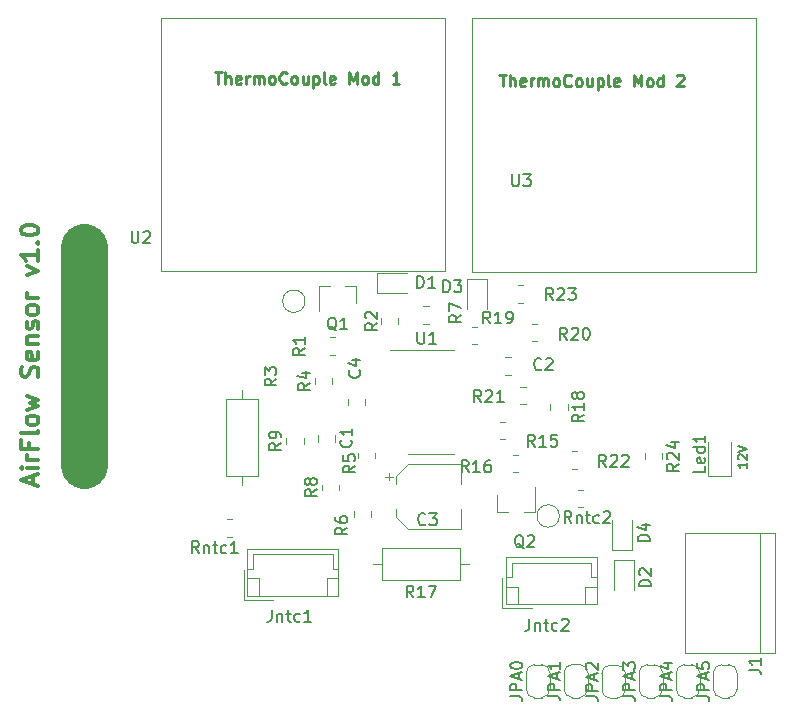
<source format=gbr>
%TF.GenerationSoftware,KiCad,Pcbnew,(5.1.10)-1*%
%TF.CreationDate,2021-06-07T20:05:56+02:00*%
%TF.ProjectId,AirFlow,41697246-6c6f-4772-9e6b-696361645f70,rev?*%
%TF.SameCoordinates,Original*%
%TF.FileFunction,Legend,Top*%
%TF.FilePolarity,Positive*%
%FSLAX46Y46*%
G04 Gerber Fmt 4.6, Leading zero omitted, Abs format (unit mm)*
G04 Created by KiCad (PCBNEW (5.1.10)-1) date 2021-06-07 20:05:56*
%MOMM*%
%LPD*%
G01*
G04 APERTURE LIST*
%ADD10C,0.225000*%
%ADD11C,0.187500*%
%ADD12C,4.000000*%
%ADD13C,0.300000*%
%ADD14C,0.120000*%
%ADD15C,0.150000*%
G04 APERTURE END LIST*
D10*
X139615257Y-75652380D02*
X140186685Y-75652380D01*
X139900971Y-76652380D02*
X139900971Y-75652380D01*
X140520019Y-76652380D02*
X140520019Y-75652380D01*
X140948590Y-76652380D02*
X140948590Y-76128571D01*
X140900971Y-76033333D01*
X140805733Y-75985714D01*
X140662876Y-75985714D01*
X140567638Y-76033333D01*
X140520019Y-76080952D01*
X141805733Y-76604761D02*
X141710495Y-76652380D01*
X141520019Y-76652380D01*
X141424780Y-76604761D01*
X141377161Y-76509523D01*
X141377161Y-76128571D01*
X141424780Y-76033333D01*
X141520019Y-75985714D01*
X141710495Y-75985714D01*
X141805733Y-76033333D01*
X141853352Y-76128571D01*
X141853352Y-76223809D01*
X141377161Y-76319047D01*
X142281923Y-76652380D02*
X142281923Y-75985714D01*
X142281923Y-76176190D02*
X142329542Y-76080952D01*
X142377161Y-76033333D01*
X142472400Y-75985714D01*
X142567638Y-75985714D01*
X142900971Y-76652380D02*
X142900971Y-75985714D01*
X142900971Y-76080952D02*
X142948590Y-76033333D01*
X143043828Y-75985714D01*
X143186685Y-75985714D01*
X143281923Y-76033333D01*
X143329542Y-76128571D01*
X143329542Y-76652380D01*
X143329542Y-76128571D02*
X143377161Y-76033333D01*
X143472400Y-75985714D01*
X143615257Y-75985714D01*
X143710495Y-76033333D01*
X143758114Y-76128571D01*
X143758114Y-76652380D01*
X144377161Y-76652380D02*
X144281923Y-76604761D01*
X144234304Y-76557142D01*
X144186685Y-76461904D01*
X144186685Y-76176190D01*
X144234304Y-76080952D01*
X144281923Y-76033333D01*
X144377161Y-75985714D01*
X144520019Y-75985714D01*
X144615257Y-76033333D01*
X144662876Y-76080952D01*
X144710495Y-76176190D01*
X144710495Y-76461904D01*
X144662876Y-76557142D01*
X144615257Y-76604761D01*
X144520019Y-76652380D01*
X144377161Y-76652380D01*
X145710495Y-76557142D02*
X145662876Y-76604761D01*
X145520019Y-76652380D01*
X145424780Y-76652380D01*
X145281923Y-76604761D01*
X145186685Y-76509523D01*
X145139066Y-76414285D01*
X145091447Y-76223809D01*
X145091447Y-76080952D01*
X145139066Y-75890476D01*
X145186685Y-75795238D01*
X145281923Y-75700000D01*
X145424780Y-75652380D01*
X145520019Y-75652380D01*
X145662876Y-75700000D01*
X145710495Y-75747619D01*
X146281923Y-76652380D02*
X146186685Y-76604761D01*
X146139066Y-76557142D01*
X146091447Y-76461904D01*
X146091447Y-76176190D01*
X146139066Y-76080952D01*
X146186685Y-76033333D01*
X146281923Y-75985714D01*
X146424780Y-75985714D01*
X146520019Y-76033333D01*
X146567638Y-76080952D01*
X146615257Y-76176190D01*
X146615257Y-76461904D01*
X146567638Y-76557142D01*
X146520019Y-76604761D01*
X146424780Y-76652380D01*
X146281923Y-76652380D01*
X147472400Y-75985714D02*
X147472400Y-76652380D01*
X147043828Y-75985714D02*
X147043828Y-76509523D01*
X147091447Y-76604761D01*
X147186685Y-76652380D01*
X147329542Y-76652380D01*
X147424780Y-76604761D01*
X147472400Y-76557142D01*
X147948590Y-75985714D02*
X147948590Y-76985714D01*
X147948590Y-76033333D02*
X148043828Y-75985714D01*
X148234304Y-75985714D01*
X148329542Y-76033333D01*
X148377161Y-76080952D01*
X148424780Y-76176190D01*
X148424780Y-76461904D01*
X148377161Y-76557142D01*
X148329542Y-76604761D01*
X148234304Y-76652380D01*
X148043828Y-76652380D01*
X147948590Y-76604761D01*
X148996209Y-76652380D02*
X148900971Y-76604761D01*
X148853352Y-76509523D01*
X148853352Y-75652380D01*
X149758114Y-76604761D02*
X149662876Y-76652380D01*
X149472400Y-76652380D01*
X149377161Y-76604761D01*
X149329542Y-76509523D01*
X149329542Y-76128571D01*
X149377161Y-76033333D01*
X149472400Y-75985714D01*
X149662876Y-75985714D01*
X149758114Y-76033333D01*
X149805733Y-76128571D01*
X149805733Y-76223809D01*
X149329542Y-76319047D01*
X150996209Y-76652380D02*
X150996209Y-75652380D01*
X151329542Y-76366666D01*
X151662876Y-75652380D01*
X151662876Y-76652380D01*
X152281923Y-76652380D02*
X152186685Y-76604761D01*
X152139066Y-76557142D01*
X152091447Y-76461904D01*
X152091447Y-76176190D01*
X152139066Y-76080952D01*
X152186685Y-76033333D01*
X152281923Y-75985714D01*
X152424780Y-75985714D01*
X152520019Y-76033333D01*
X152567638Y-76080952D01*
X152615257Y-76176190D01*
X152615257Y-76461904D01*
X152567638Y-76557142D01*
X152520019Y-76604761D01*
X152424780Y-76652380D01*
X152281923Y-76652380D01*
X153472400Y-76652380D02*
X153472400Y-75652380D01*
X153472400Y-76604761D02*
X153377161Y-76652380D01*
X153186685Y-76652380D01*
X153091447Y-76604761D01*
X153043828Y-76557142D01*
X152996209Y-76461904D01*
X152996209Y-76176190D01*
X153043828Y-76080952D01*
X153091447Y-76033333D01*
X153186685Y-75985714D01*
X153377161Y-75985714D01*
X153472400Y-76033333D01*
X154662876Y-75747619D02*
X154710495Y-75700000D01*
X154805733Y-75652380D01*
X155043828Y-75652380D01*
X155139066Y-75700000D01*
X155186685Y-75747619D01*
X155234304Y-75842857D01*
X155234304Y-75938095D01*
X155186685Y-76080952D01*
X154615257Y-76652380D01*
X155234304Y-76652380D01*
X115536057Y-75449180D02*
X116107485Y-75449180D01*
X115821771Y-76449180D02*
X115821771Y-75449180D01*
X116440819Y-76449180D02*
X116440819Y-75449180D01*
X116869390Y-76449180D02*
X116869390Y-75925371D01*
X116821771Y-75830133D01*
X116726533Y-75782514D01*
X116583676Y-75782514D01*
X116488438Y-75830133D01*
X116440819Y-75877752D01*
X117726533Y-76401561D02*
X117631295Y-76449180D01*
X117440819Y-76449180D01*
X117345580Y-76401561D01*
X117297961Y-76306323D01*
X117297961Y-75925371D01*
X117345580Y-75830133D01*
X117440819Y-75782514D01*
X117631295Y-75782514D01*
X117726533Y-75830133D01*
X117774152Y-75925371D01*
X117774152Y-76020609D01*
X117297961Y-76115847D01*
X118202723Y-76449180D02*
X118202723Y-75782514D01*
X118202723Y-75972990D02*
X118250342Y-75877752D01*
X118297961Y-75830133D01*
X118393200Y-75782514D01*
X118488438Y-75782514D01*
X118821771Y-76449180D02*
X118821771Y-75782514D01*
X118821771Y-75877752D02*
X118869390Y-75830133D01*
X118964628Y-75782514D01*
X119107485Y-75782514D01*
X119202723Y-75830133D01*
X119250342Y-75925371D01*
X119250342Y-76449180D01*
X119250342Y-75925371D02*
X119297961Y-75830133D01*
X119393200Y-75782514D01*
X119536057Y-75782514D01*
X119631295Y-75830133D01*
X119678914Y-75925371D01*
X119678914Y-76449180D01*
X120297961Y-76449180D02*
X120202723Y-76401561D01*
X120155104Y-76353942D01*
X120107485Y-76258704D01*
X120107485Y-75972990D01*
X120155104Y-75877752D01*
X120202723Y-75830133D01*
X120297961Y-75782514D01*
X120440819Y-75782514D01*
X120536057Y-75830133D01*
X120583676Y-75877752D01*
X120631295Y-75972990D01*
X120631295Y-76258704D01*
X120583676Y-76353942D01*
X120536057Y-76401561D01*
X120440819Y-76449180D01*
X120297961Y-76449180D01*
X121631295Y-76353942D02*
X121583676Y-76401561D01*
X121440819Y-76449180D01*
X121345580Y-76449180D01*
X121202723Y-76401561D01*
X121107485Y-76306323D01*
X121059866Y-76211085D01*
X121012247Y-76020609D01*
X121012247Y-75877752D01*
X121059866Y-75687276D01*
X121107485Y-75592038D01*
X121202723Y-75496800D01*
X121345580Y-75449180D01*
X121440819Y-75449180D01*
X121583676Y-75496800D01*
X121631295Y-75544419D01*
X122202723Y-76449180D02*
X122107485Y-76401561D01*
X122059866Y-76353942D01*
X122012247Y-76258704D01*
X122012247Y-75972990D01*
X122059866Y-75877752D01*
X122107485Y-75830133D01*
X122202723Y-75782514D01*
X122345580Y-75782514D01*
X122440819Y-75830133D01*
X122488438Y-75877752D01*
X122536057Y-75972990D01*
X122536057Y-76258704D01*
X122488438Y-76353942D01*
X122440819Y-76401561D01*
X122345580Y-76449180D01*
X122202723Y-76449180D01*
X123393200Y-75782514D02*
X123393200Y-76449180D01*
X122964628Y-75782514D02*
X122964628Y-76306323D01*
X123012247Y-76401561D01*
X123107485Y-76449180D01*
X123250342Y-76449180D01*
X123345580Y-76401561D01*
X123393200Y-76353942D01*
X123869390Y-75782514D02*
X123869390Y-76782514D01*
X123869390Y-75830133D02*
X123964628Y-75782514D01*
X124155104Y-75782514D01*
X124250342Y-75830133D01*
X124297961Y-75877752D01*
X124345580Y-75972990D01*
X124345580Y-76258704D01*
X124297961Y-76353942D01*
X124250342Y-76401561D01*
X124155104Y-76449180D01*
X123964628Y-76449180D01*
X123869390Y-76401561D01*
X124917009Y-76449180D02*
X124821771Y-76401561D01*
X124774152Y-76306323D01*
X124774152Y-75449180D01*
X125678914Y-76401561D02*
X125583676Y-76449180D01*
X125393200Y-76449180D01*
X125297961Y-76401561D01*
X125250342Y-76306323D01*
X125250342Y-75925371D01*
X125297961Y-75830133D01*
X125393200Y-75782514D01*
X125583676Y-75782514D01*
X125678914Y-75830133D01*
X125726533Y-75925371D01*
X125726533Y-76020609D01*
X125250342Y-76115847D01*
X126917009Y-76449180D02*
X126917009Y-75449180D01*
X127250342Y-76163466D01*
X127583676Y-75449180D01*
X127583676Y-76449180D01*
X128202723Y-76449180D02*
X128107485Y-76401561D01*
X128059866Y-76353942D01*
X128012247Y-76258704D01*
X128012247Y-75972990D01*
X128059866Y-75877752D01*
X128107485Y-75830133D01*
X128202723Y-75782514D01*
X128345580Y-75782514D01*
X128440819Y-75830133D01*
X128488438Y-75877752D01*
X128536057Y-75972990D01*
X128536057Y-76258704D01*
X128488438Y-76353942D01*
X128440819Y-76401561D01*
X128345580Y-76449180D01*
X128202723Y-76449180D01*
X129393200Y-76449180D02*
X129393200Y-75449180D01*
X129393200Y-76401561D02*
X129297961Y-76449180D01*
X129107485Y-76449180D01*
X129012247Y-76401561D01*
X128964628Y-76353942D01*
X128917009Y-76258704D01*
X128917009Y-75972990D01*
X128964628Y-75877752D01*
X129012247Y-75830133D01*
X129107485Y-75782514D01*
X129297961Y-75782514D01*
X129393200Y-75830133D01*
X131155104Y-76449180D02*
X130583676Y-76449180D01*
X130869390Y-76449180D02*
X130869390Y-75449180D01*
X130774152Y-75592038D01*
X130678914Y-75687276D01*
X130583676Y-75734895D01*
D11*
X160562485Y-108515885D02*
X160562485Y-108944457D01*
X160562485Y-108730171D02*
X159812485Y-108730171D01*
X159919628Y-108801600D01*
X159991057Y-108873028D01*
X160026771Y-108944457D01*
X159883914Y-108230171D02*
X159848200Y-108194457D01*
X159812485Y-108123028D01*
X159812485Y-107944457D01*
X159848200Y-107873028D01*
X159883914Y-107837314D01*
X159955342Y-107801600D01*
X160026771Y-107801600D01*
X160133914Y-107837314D01*
X160562485Y-108265885D01*
X160562485Y-107801600D01*
X159812485Y-107587314D02*
X160562485Y-107337314D01*
X159812485Y-107087314D01*
D12*
X104444800Y-108712000D02*
X104444800Y-90271600D01*
D13*
X100173600Y-110329085D02*
X100173600Y-109614800D01*
X100602171Y-110471942D02*
X99102171Y-109971942D01*
X100602171Y-109471942D01*
X100602171Y-108971942D02*
X99602171Y-108971942D01*
X99102171Y-108971942D02*
X99173600Y-109043371D01*
X99245028Y-108971942D01*
X99173600Y-108900514D01*
X99102171Y-108971942D01*
X99245028Y-108971942D01*
X100602171Y-108257657D02*
X99602171Y-108257657D01*
X99887885Y-108257657D02*
X99745028Y-108186228D01*
X99673600Y-108114800D01*
X99602171Y-107971942D01*
X99602171Y-107829085D01*
X99816457Y-106829085D02*
X99816457Y-107329085D01*
X100602171Y-107329085D02*
X99102171Y-107329085D01*
X99102171Y-106614800D01*
X100602171Y-105829085D02*
X100530742Y-105971942D01*
X100387885Y-106043371D01*
X99102171Y-106043371D01*
X100602171Y-105043371D02*
X100530742Y-105186228D01*
X100459314Y-105257657D01*
X100316457Y-105329085D01*
X99887885Y-105329085D01*
X99745028Y-105257657D01*
X99673600Y-105186228D01*
X99602171Y-105043371D01*
X99602171Y-104829085D01*
X99673600Y-104686228D01*
X99745028Y-104614800D01*
X99887885Y-104543371D01*
X100316457Y-104543371D01*
X100459314Y-104614800D01*
X100530742Y-104686228D01*
X100602171Y-104829085D01*
X100602171Y-105043371D01*
X99602171Y-104043371D02*
X100602171Y-103757657D01*
X99887885Y-103471942D01*
X100602171Y-103186228D01*
X99602171Y-102900514D01*
X100530742Y-101257657D02*
X100602171Y-101043371D01*
X100602171Y-100686228D01*
X100530742Y-100543371D01*
X100459314Y-100471942D01*
X100316457Y-100400514D01*
X100173600Y-100400514D01*
X100030742Y-100471942D01*
X99959314Y-100543371D01*
X99887885Y-100686228D01*
X99816457Y-100971942D01*
X99745028Y-101114800D01*
X99673600Y-101186228D01*
X99530742Y-101257657D01*
X99387885Y-101257657D01*
X99245028Y-101186228D01*
X99173600Y-101114800D01*
X99102171Y-100971942D01*
X99102171Y-100614800D01*
X99173600Y-100400514D01*
X100530742Y-99186228D02*
X100602171Y-99329085D01*
X100602171Y-99614800D01*
X100530742Y-99757657D01*
X100387885Y-99829085D01*
X99816457Y-99829085D01*
X99673600Y-99757657D01*
X99602171Y-99614800D01*
X99602171Y-99329085D01*
X99673600Y-99186228D01*
X99816457Y-99114800D01*
X99959314Y-99114800D01*
X100102171Y-99829085D01*
X99602171Y-98471942D02*
X100602171Y-98471942D01*
X99745028Y-98471942D02*
X99673600Y-98400514D01*
X99602171Y-98257657D01*
X99602171Y-98043371D01*
X99673600Y-97900514D01*
X99816457Y-97829085D01*
X100602171Y-97829085D01*
X100530742Y-97186228D02*
X100602171Y-97043371D01*
X100602171Y-96757657D01*
X100530742Y-96614800D01*
X100387885Y-96543371D01*
X100316457Y-96543371D01*
X100173600Y-96614800D01*
X100102171Y-96757657D01*
X100102171Y-96971942D01*
X100030742Y-97114800D01*
X99887885Y-97186228D01*
X99816457Y-97186228D01*
X99673600Y-97114800D01*
X99602171Y-96971942D01*
X99602171Y-96757657D01*
X99673600Y-96614800D01*
X100602171Y-95686228D02*
X100530742Y-95829085D01*
X100459314Y-95900514D01*
X100316457Y-95971942D01*
X99887885Y-95971942D01*
X99745028Y-95900514D01*
X99673600Y-95829085D01*
X99602171Y-95686228D01*
X99602171Y-95471942D01*
X99673600Y-95329085D01*
X99745028Y-95257657D01*
X99887885Y-95186228D01*
X100316457Y-95186228D01*
X100459314Y-95257657D01*
X100530742Y-95329085D01*
X100602171Y-95471942D01*
X100602171Y-95686228D01*
X100602171Y-94543371D02*
X99602171Y-94543371D01*
X99887885Y-94543371D02*
X99745028Y-94471942D01*
X99673600Y-94400514D01*
X99602171Y-94257657D01*
X99602171Y-94114800D01*
X99602171Y-92614800D02*
X100602171Y-92257657D01*
X99602171Y-91900514D01*
X100602171Y-90543371D02*
X100602171Y-91400514D01*
X100602171Y-90971942D02*
X99102171Y-90971942D01*
X99316457Y-91114800D01*
X99459314Y-91257657D01*
X99530742Y-91400514D01*
X100459314Y-89900514D02*
X100530742Y-89829085D01*
X100602171Y-89900514D01*
X100530742Y-89971942D01*
X100459314Y-89900514D01*
X100602171Y-89900514D01*
X99102171Y-88900514D02*
X99102171Y-88757657D01*
X99173600Y-88614800D01*
X99245028Y-88543371D01*
X99387885Y-88471942D01*
X99673600Y-88400514D01*
X100030742Y-88400514D01*
X100316457Y-88471942D01*
X100459314Y-88543371D01*
X100530742Y-88614800D01*
X100602171Y-88757657D01*
X100602171Y-88900514D01*
X100530742Y-89043371D01*
X100459314Y-89114800D01*
X100316457Y-89186228D01*
X100030742Y-89257657D01*
X99673600Y-89257657D01*
X99387885Y-89186228D01*
X99245028Y-89114800D01*
X99173600Y-89043371D01*
X99102171Y-88900514D01*
D14*
%TO.C,J1*%
X162966400Y-124663200D02*
X162966400Y-114503200D01*
X155346400Y-124663200D02*
X162966400Y-124663200D01*
X155346400Y-114503200D02*
X155346400Y-124663200D01*
X162966400Y-114503200D02*
X155346400Y-114503200D01*
X161696400Y-114503200D02*
X161696400Y-124663200D01*
%TO.C,U1*%
X133858000Y-98943000D02*
X130408000Y-98943000D01*
X133858000Y-98943000D02*
X135808000Y-98943000D01*
X133858000Y-107813000D02*
X131908000Y-107813000D01*
X133858000Y-107813000D02*
X135808000Y-107813000D01*
%TO.C,C3*%
X130291500Y-109381500D02*
X130291500Y-110006500D01*
X129979000Y-109694000D02*
X130604000Y-109694000D01*
X130844000Y-113074563D02*
X131908437Y-114139000D01*
X130844000Y-109683437D02*
X131908437Y-108619000D01*
X130844000Y-109683437D02*
X130844000Y-110319000D01*
X130844000Y-113074563D02*
X130844000Y-112439000D01*
X131908437Y-114139000D02*
X136364000Y-114139000D01*
X131908437Y-108619000D02*
X136364000Y-108619000D01*
X136364000Y-108619000D02*
X136364000Y-110319000D01*
X136364000Y-114139000D02*
X136364000Y-112439000D01*
%TO.C,C1*%
X124283800Y-106215548D02*
X124283800Y-106738052D01*
X125753800Y-106215548D02*
X125753800Y-106738052D01*
%TO.C,C2*%
X140099148Y-99595000D02*
X140621652Y-99595000D01*
X140099148Y-101065000D02*
X140621652Y-101065000D01*
%TO.C,C4*%
X126773000Y-103116748D02*
X126773000Y-103639252D01*
X128243000Y-103116748D02*
X128243000Y-103639252D01*
%TO.C,D2*%
X151014800Y-116762400D02*
X149314800Y-116762400D01*
X149314800Y-116762400D02*
X149314800Y-119312400D01*
X151014800Y-116762400D02*
X151014800Y-119312400D01*
%TO.C,D4*%
X149162400Y-115901600D02*
X149162400Y-113351600D01*
X150862400Y-115901600D02*
X150862400Y-113351600D01*
X149162400Y-115901600D02*
X150862400Y-115901600D01*
%TO.C,Jntc1*%
X117983200Y-120110400D02*
X120483200Y-120110400D01*
X117983200Y-117610400D02*
X117983200Y-120110400D01*
X125003200Y-118310400D02*
X125003200Y-119810400D01*
X126003200Y-118310400D02*
X125003200Y-118310400D01*
X119283200Y-118310400D02*
X119283200Y-119810400D01*
X118283200Y-118310400D02*
X119283200Y-118310400D01*
X125503200Y-117500400D02*
X126003200Y-117500400D01*
X125503200Y-116290400D02*
X125503200Y-117500400D01*
X118783200Y-116290400D02*
X125503200Y-116290400D01*
X118783200Y-117500400D02*
X118783200Y-116290400D01*
X118283200Y-117500400D02*
X118783200Y-117500400D01*
X126003200Y-115790400D02*
X118283200Y-115790400D01*
X126003200Y-119810400D02*
X126003200Y-115790400D01*
X118283200Y-119810400D02*
X126003200Y-119810400D01*
X118283200Y-115790400D02*
X118283200Y-119810400D01*
%TO.C,Jntc2*%
X140188800Y-116501600D02*
X140188800Y-120521600D01*
X140188800Y-120521600D02*
X147908800Y-120521600D01*
X147908800Y-120521600D02*
X147908800Y-116501600D01*
X147908800Y-116501600D02*
X140188800Y-116501600D01*
X140188800Y-118211600D02*
X140688800Y-118211600D01*
X140688800Y-118211600D02*
X140688800Y-117001600D01*
X140688800Y-117001600D02*
X147408800Y-117001600D01*
X147408800Y-117001600D02*
X147408800Y-118211600D01*
X147408800Y-118211600D02*
X147908800Y-118211600D01*
X140188800Y-119021600D02*
X141188800Y-119021600D01*
X141188800Y-119021600D02*
X141188800Y-120521600D01*
X147908800Y-119021600D02*
X146908800Y-119021600D01*
X146908800Y-119021600D02*
X146908800Y-120521600D01*
X139888800Y-118321600D02*
X139888800Y-120821600D01*
X139888800Y-120821600D02*
X142388800Y-120821600D01*
%TO.C,Q1*%
X127500500Y-93537500D02*
X126570500Y-93537500D01*
X124340500Y-93537500D02*
X125270500Y-93537500D01*
X124340500Y-93537500D02*
X124340500Y-95697500D01*
X127500500Y-93537500D02*
X127500500Y-94997500D01*
%TO.C,Q2*%
X139453500Y-112710500D02*
X139453500Y-111250500D01*
X142613500Y-112710500D02*
X142613500Y-110550500D01*
X142613500Y-112710500D02*
X141683500Y-112710500D01*
X139453500Y-112710500D02*
X140383500Y-112710500D01*
%TO.C,R1*%
X125248936Y-99388600D02*
X125703064Y-99388600D01*
X125248936Y-97918600D02*
X125703064Y-97918600D01*
%TO.C,R2*%
X131037000Y-96747064D02*
X131037000Y-96292936D01*
X129567000Y-96747064D02*
X129567000Y-96292936D01*
%TO.C,R3*%
X119226000Y-103105200D02*
X116486000Y-103105200D01*
X116486000Y-103105200D02*
X116486000Y-109645200D01*
X116486000Y-109645200D02*
X119226000Y-109645200D01*
X119226000Y-109645200D02*
X119226000Y-103105200D01*
X117856000Y-102335200D02*
X117856000Y-103105200D01*
X117856000Y-110415200D02*
X117856000Y-109645200D01*
%TO.C,R4*%
X124029800Y-101827064D02*
X124029800Y-101372936D01*
X125499800Y-101827064D02*
X125499800Y-101372936D01*
%TO.C,R5*%
X129132000Y-107659436D02*
X129132000Y-108113564D01*
X127662000Y-107659436D02*
X127662000Y-108113564D01*
%TO.C,R6*%
X127281000Y-112650536D02*
X127281000Y-113104664D01*
X128751000Y-112650536D02*
X128751000Y-113104664D01*
%TO.C,R7*%
X133189736Y-96747000D02*
X133643864Y-96747000D01*
X133189736Y-95277000D02*
X133643864Y-95277000D01*
%TO.C,R8*%
X126084000Y-110844064D02*
X126084000Y-110389936D01*
X124614000Y-110844064D02*
X124614000Y-110389936D01*
%TO.C,R9*%
X121591400Y-106907064D02*
X121591400Y-106452936D01*
X123061400Y-106907064D02*
X123061400Y-106452936D01*
%TO.C,R15*%
X139676136Y-105081400D02*
X140130264Y-105081400D01*
X139676136Y-106551400D02*
X140130264Y-106551400D01*
%TO.C,R16*%
X140742936Y-107875400D02*
X141197064Y-107875400D01*
X140742936Y-109345400D02*
X141197064Y-109345400D01*
%TO.C,R17*%
X128954400Y-117094000D02*
X129724400Y-117094000D01*
X137034400Y-117094000D02*
X136264400Y-117094000D01*
X129724400Y-118464000D02*
X136264400Y-118464000D01*
X129724400Y-115724000D02*
X129724400Y-118464000D01*
X136264400Y-115724000D02*
X129724400Y-115724000D01*
X136264400Y-118464000D02*
X136264400Y-115724000D01*
%TO.C,R18*%
X143943400Y-103573336D02*
X143943400Y-104027464D01*
X145413400Y-103573336D02*
X145413400Y-104027464D01*
%TO.C,R19*%
X137742664Y-97004200D02*
X137288536Y-97004200D01*
X137742664Y-98474200D02*
X137288536Y-98474200D01*
%TO.C,R20*%
X142403336Y-96750200D02*
X142857464Y-96750200D01*
X142403336Y-98220200D02*
X142857464Y-98220200D01*
%TO.C,R21*%
X141403336Y-102084200D02*
X141857464Y-102084200D01*
X141403336Y-103554200D02*
X141857464Y-103554200D01*
%TO.C,R22*%
X145737336Y-107570600D02*
X146191464Y-107570600D01*
X145737336Y-109040600D02*
X146191464Y-109040600D01*
%TO.C,R23*%
X141654264Y-93499000D02*
X141200136Y-93499000D01*
X141654264Y-94969000D02*
X141200136Y-94969000D01*
%TO.C,Rntc2*%
X146245336Y-112291800D02*
X146699464Y-112291800D01*
X146245336Y-110821800D02*
X146699464Y-110821800D01*
%TO.C,D1*%
X129259200Y-92418800D02*
X131809200Y-92418800D01*
X129259200Y-94118800D02*
X131809200Y-94118800D01*
X129259200Y-92418800D02*
X129259200Y-94118800D01*
%TO.C,D3*%
X138568800Y-92988000D02*
X136868800Y-92988000D01*
X136868800Y-92988000D02*
X136868800Y-95538000D01*
X138568800Y-92988000D02*
X138568800Y-95538000D01*
%TO.C,Rntc1*%
X117032264Y-113311000D02*
X116578136Y-113311000D01*
X117032264Y-114781000D02*
X116578136Y-114781000D01*
%TO.C,Led1*%
X159202000Y-109648600D02*
X159202000Y-106788600D01*
X157282000Y-109648600D02*
X159202000Y-109648600D01*
X157282000Y-106788600D02*
X157282000Y-109648600D01*
%TO.C,R24*%
X151969800Y-107738936D02*
X151969800Y-108193064D01*
X153439800Y-107738936D02*
X153439800Y-108193064D01*
%TO.C,TP1*%
X123174800Y-94843600D02*
G75*
G03*
X123174800Y-94843600I-950000J0D01*
G01*
%TO.C,TP2*%
X144714000Y-113030000D02*
G75*
G03*
X144714000Y-113030000I-950000J0D01*
G01*
%TO.C,U2*%
X134988300Y-92290900D02*
X111059300Y-92290900D01*
X110985300Y-70827900D02*
X110985300Y-92290900D01*
X110985300Y-70827900D02*
X134988300Y-70827900D01*
X134988300Y-92290900D02*
X134988300Y-70827900D01*
%TO.C,U3*%
X161353500Y-92341700D02*
X137424500Y-92341700D01*
X137350500Y-70878700D02*
X137350500Y-92341700D01*
X137350500Y-70878700D02*
X161353500Y-70878700D01*
X161353500Y-92341700D02*
X161353500Y-70878700D01*
%TO.C,JPA5*%
X159050000Y-128410400D02*
X158450000Y-128410400D01*
X159750000Y-126310400D02*
X159750000Y-127710400D01*
X158450000Y-125610400D02*
X159050000Y-125610400D01*
X157750000Y-127710400D02*
X157750000Y-126310400D01*
X157750000Y-126310400D02*
G75*
G02*
X158450000Y-125610400I700000J0D01*
G01*
X159050000Y-125610400D02*
G75*
G02*
X159750000Y-126310400I0J-700000D01*
G01*
X159750000Y-127710400D02*
G75*
G02*
X159050000Y-128410400I-700000J0D01*
G01*
X158450000Y-128410400D02*
G75*
G02*
X157750000Y-127710400I0J700000D01*
G01*
%TO.C,JPA2*%
X149601200Y-128450800D02*
X149001200Y-128450800D01*
X150301200Y-126350800D02*
X150301200Y-127750800D01*
X149001200Y-125650800D02*
X149601200Y-125650800D01*
X148301200Y-127750800D02*
X148301200Y-126350800D01*
X148301200Y-126350800D02*
G75*
G02*
X149001200Y-125650800I700000J0D01*
G01*
X149601200Y-125650800D02*
G75*
G02*
X150301200Y-126350800I0J-700000D01*
G01*
X150301200Y-127750800D02*
G75*
G02*
X149601200Y-128450800I-700000J0D01*
G01*
X149001200Y-128450800D02*
G75*
G02*
X148301200Y-127750800I0J700000D01*
G01*
%TO.C,JPA3*%
X151450800Y-127710400D02*
X151450800Y-126310400D01*
X152150800Y-125610400D02*
X152750800Y-125610400D01*
X153450800Y-126310400D02*
X153450800Y-127710400D01*
X152750800Y-128410400D02*
X152150800Y-128410400D01*
X152150800Y-128410400D02*
G75*
G02*
X151450800Y-127710400I0J700000D01*
G01*
X153450800Y-127710400D02*
G75*
G02*
X152750800Y-128410400I-700000J0D01*
G01*
X152750800Y-125610400D02*
G75*
G02*
X153450800Y-126310400I0J-700000D01*
G01*
X151450800Y-126310400D02*
G75*
G02*
X152150800Y-125610400I700000J0D01*
G01*
%TO.C,JPA4*%
X155900400Y-128410400D02*
X155300400Y-128410400D01*
X156600400Y-126310400D02*
X156600400Y-127710400D01*
X155300400Y-125610400D02*
X155900400Y-125610400D01*
X154600400Y-127710400D02*
X154600400Y-126310400D01*
X154600400Y-126310400D02*
G75*
G02*
X155300400Y-125610400I700000J0D01*
G01*
X155900400Y-125610400D02*
G75*
G02*
X156600400Y-126310400I0J-700000D01*
G01*
X156600400Y-127710400D02*
G75*
G02*
X155900400Y-128410400I-700000J0D01*
G01*
X155300400Y-128410400D02*
G75*
G02*
X154600400Y-127710400I0J700000D01*
G01*
%TO.C,JPA0*%
X141900400Y-127710400D02*
X141900400Y-126310400D01*
X142600400Y-125610400D02*
X143200400Y-125610400D01*
X143900400Y-126310400D02*
X143900400Y-127710400D01*
X143200400Y-128410400D02*
X142600400Y-128410400D01*
X142600400Y-128410400D02*
G75*
G02*
X141900400Y-127710400I0J700000D01*
G01*
X143900400Y-127710400D02*
G75*
G02*
X143200400Y-128410400I-700000J0D01*
G01*
X143200400Y-125610400D02*
G75*
G02*
X143900400Y-126310400I0J-700000D01*
G01*
X141900400Y-126310400D02*
G75*
G02*
X142600400Y-125610400I700000J0D01*
G01*
%TO.C,JPA1*%
X146400800Y-128400000D02*
X145800800Y-128400000D01*
X147100800Y-126300000D02*
X147100800Y-127700000D01*
X145800800Y-125600000D02*
X146400800Y-125600000D01*
X145100800Y-127700000D02*
X145100800Y-126300000D01*
X145100800Y-126300000D02*
G75*
G02*
X145800800Y-125600000I700000J0D01*
G01*
X146400800Y-125600000D02*
G75*
G02*
X147100800Y-126300000I0J-700000D01*
G01*
X147100800Y-127700000D02*
G75*
G02*
X146400800Y-128400000I-700000J0D01*
G01*
X145800800Y-128400000D02*
G75*
G02*
X145100800Y-127700000I0J700000D01*
G01*
%TO.C,J1*%
D15*
X160742380Y-126063333D02*
X161456666Y-126063333D01*
X161599523Y-126110952D01*
X161694761Y-126206190D01*
X161742380Y-126349047D01*
X161742380Y-126444285D01*
X161742380Y-125063333D02*
X161742380Y-125634761D01*
X161742380Y-125349047D02*
X160742380Y-125349047D01*
X160885238Y-125444285D01*
X160980476Y-125539523D01*
X161028095Y-125634761D01*
%TO.C,U1*%
X132689695Y-97445580D02*
X132689695Y-98255104D01*
X132737314Y-98350342D01*
X132784933Y-98397961D01*
X132880171Y-98445580D01*
X133070647Y-98445580D01*
X133165885Y-98397961D01*
X133213504Y-98350342D01*
X133261123Y-98255104D01*
X133261123Y-97445580D01*
X134261123Y-98445580D02*
X133689695Y-98445580D01*
X133975409Y-98445580D02*
X133975409Y-97445580D01*
X133880171Y-97588438D01*
X133784933Y-97683676D01*
X133689695Y-97731295D01*
%TO.C,C3*%
X133373833Y-113704642D02*
X133326214Y-113752261D01*
X133183357Y-113799880D01*
X133088119Y-113799880D01*
X132945261Y-113752261D01*
X132850023Y-113657023D01*
X132802404Y-113561785D01*
X132754785Y-113371309D01*
X132754785Y-113228452D01*
X132802404Y-113037976D01*
X132850023Y-112942738D01*
X132945261Y-112847500D01*
X133088119Y-112799880D01*
X133183357Y-112799880D01*
X133326214Y-112847500D01*
X133373833Y-112895119D01*
X133707166Y-112799880D02*
X134326214Y-112799880D01*
X133992880Y-113180833D01*
X134135738Y-113180833D01*
X134230976Y-113228452D01*
X134278595Y-113276071D01*
X134326214Y-113371309D01*
X134326214Y-113609404D01*
X134278595Y-113704642D01*
X134230976Y-113752261D01*
X134135738Y-113799880D01*
X133850023Y-113799880D01*
X133754785Y-113752261D01*
X133707166Y-113704642D01*
%TO.C,C1*%
X127052342Y-106592666D02*
X127099961Y-106640285D01*
X127147580Y-106783142D01*
X127147580Y-106878380D01*
X127099961Y-107021238D01*
X127004723Y-107116476D01*
X126909485Y-107164095D01*
X126719009Y-107211714D01*
X126576152Y-107211714D01*
X126385676Y-107164095D01*
X126290438Y-107116476D01*
X126195200Y-107021238D01*
X126147580Y-106878380D01*
X126147580Y-106783142D01*
X126195200Y-106640285D01*
X126242819Y-106592666D01*
X127147580Y-105640285D02*
X127147580Y-106211714D01*
X127147580Y-105926000D02*
X126147580Y-105926000D01*
X126290438Y-106021238D01*
X126385676Y-106116476D01*
X126433295Y-106211714D01*
%TO.C,C2*%
X143190933Y-100585542D02*
X143143314Y-100633161D01*
X143000457Y-100680780D01*
X142905219Y-100680780D01*
X142762361Y-100633161D01*
X142667123Y-100537923D01*
X142619504Y-100442685D01*
X142571885Y-100252209D01*
X142571885Y-100109352D01*
X142619504Y-99918876D01*
X142667123Y-99823638D01*
X142762361Y-99728400D01*
X142905219Y-99680780D01*
X143000457Y-99680780D01*
X143143314Y-99728400D01*
X143190933Y-99776019D01*
X143571885Y-99776019D02*
X143619504Y-99728400D01*
X143714742Y-99680780D01*
X143952838Y-99680780D01*
X144048076Y-99728400D01*
X144095695Y-99776019D01*
X144143314Y-99871257D01*
X144143314Y-99966495D01*
X144095695Y-100109352D01*
X143524266Y-100680780D01*
X144143314Y-100680780D01*
%TO.C,C4*%
X127763542Y-100687166D02*
X127811161Y-100734785D01*
X127858780Y-100877642D01*
X127858780Y-100972880D01*
X127811161Y-101115738D01*
X127715923Y-101210976D01*
X127620685Y-101258595D01*
X127430209Y-101306214D01*
X127287352Y-101306214D01*
X127096876Y-101258595D01*
X127001638Y-101210976D01*
X126906400Y-101115738D01*
X126858780Y-100972880D01*
X126858780Y-100877642D01*
X126906400Y-100734785D01*
X126954019Y-100687166D01*
X127192114Y-99830023D02*
X127858780Y-99830023D01*
X126811161Y-100068119D02*
X127525447Y-100306214D01*
X127525447Y-99687166D01*
%TO.C,D2*%
X152467180Y-119000495D02*
X151467180Y-119000495D01*
X151467180Y-118762400D01*
X151514800Y-118619542D01*
X151610038Y-118524304D01*
X151705276Y-118476685D01*
X151895752Y-118429066D01*
X152038609Y-118429066D01*
X152229085Y-118476685D01*
X152324323Y-118524304D01*
X152419561Y-118619542D01*
X152467180Y-118762400D01*
X152467180Y-119000495D01*
X151562419Y-118048114D02*
X151514800Y-118000495D01*
X151467180Y-117905257D01*
X151467180Y-117667161D01*
X151514800Y-117571923D01*
X151562419Y-117524304D01*
X151657657Y-117476685D01*
X151752895Y-117476685D01*
X151895752Y-117524304D01*
X152467180Y-118095733D01*
X152467180Y-117476685D01*
%TO.C,D4*%
X152344380Y-115190495D02*
X151344380Y-115190495D01*
X151344380Y-114952400D01*
X151392000Y-114809542D01*
X151487238Y-114714304D01*
X151582476Y-114666685D01*
X151772952Y-114619066D01*
X151915809Y-114619066D01*
X152106285Y-114666685D01*
X152201523Y-114714304D01*
X152296761Y-114809542D01*
X152344380Y-114952400D01*
X152344380Y-115190495D01*
X151677714Y-113761923D02*
X152344380Y-113761923D01*
X151296761Y-114000019D02*
X152011047Y-114238114D01*
X152011047Y-113619066D01*
%TO.C,Jntc1*%
X120358400Y-120965980D02*
X120358400Y-121680266D01*
X120310780Y-121823123D01*
X120215542Y-121918361D01*
X120072685Y-121965980D01*
X119977447Y-121965980D01*
X120834590Y-121299314D02*
X120834590Y-121965980D01*
X120834590Y-121394552D02*
X120882209Y-121346933D01*
X120977447Y-121299314D01*
X121120304Y-121299314D01*
X121215542Y-121346933D01*
X121263161Y-121442171D01*
X121263161Y-121965980D01*
X121596495Y-121299314D02*
X121977447Y-121299314D01*
X121739352Y-120965980D02*
X121739352Y-121823123D01*
X121786971Y-121918361D01*
X121882209Y-121965980D01*
X121977447Y-121965980D01*
X122739352Y-121918361D02*
X122644114Y-121965980D01*
X122453638Y-121965980D01*
X122358400Y-121918361D01*
X122310780Y-121870742D01*
X122263161Y-121775504D01*
X122263161Y-121489790D01*
X122310780Y-121394552D01*
X122358400Y-121346933D01*
X122453638Y-121299314D01*
X122644114Y-121299314D01*
X122739352Y-121346933D01*
X123691733Y-121965980D02*
X123120304Y-121965980D01*
X123406019Y-121965980D02*
X123406019Y-120965980D01*
X123310780Y-121108838D01*
X123215542Y-121204076D01*
X123120304Y-121251695D01*
%TO.C,Jntc2*%
X142162400Y-121727980D02*
X142162400Y-122442266D01*
X142114780Y-122585123D01*
X142019542Y-122680361D01*
X141876685Y-122727980D01*
X141781447Y-122727980D01*
X142638590Y-122061314D02*
X142638590Y-122727980D01*
X142638590Y-122156552D02*
X142686209Y-122108933D01*
X142781447Y-122061314D01*
X142924304Y-122061314D01*
X143019542Y-122108933D01*
X143067161Y-122204171D01*
X143067161Y-122727980D01*
X143400495Y-122061314D02*
X143781447Y-122061314D01*
X143543352Y-121727980D02*
X143543352Y-122585123D01*
X143590971Y-122680361D01*
X143686209Y-122727980D01*
X143781447Y-122727980D01*
X144543352Y-122680361D02*
X144448114Y-122727980D01*
X144257638Y-122727980D01*
X144162400Y-122680361D01*
X144114780Y-122632742D01*
X144067161Y-122537504D01*
X144067161Y-122251790D01*
X144114780Y-122156552D01*
X144162400Y-122108933D01*
X144257638Y-122061314D01*
X144448114Y-122061314D01*
X144543352Y-122108933D01*
X144924304Y-121823219D02*
X144971923Y-121775600D01*
X145067161Y-121727980D01*
X145305257Y-121727980D01*
X145400495Y-121775600D01*
X145448114Y-121823219D01*
X145495733Y-121918457D01*
X145495733Y-122013695D01*
X145448114Y-122156552D01*
X144876685Y-122727980D01*
X145495733Y-122727980D01*
%TO.C,Q1*%
X125837961Y-97321619D02*
X125742723Y-97274000D01*
X125647485Y-97178761D01*
X125504628Y-97035904D01*
X125409390Y-96988285D01*
X125314152Y-96988285D01*
X125361771Y-97226380D02*
X125266533Y-97178761D01*
X125171295Y-97083523D01*
X125123676Y-96893047D01*
X125123676Y-96559714D01*
X125171295Y-96369238D01*
X125266533Y-96274000D01*
X125361771Y-96226380D01*
X125552247Y-96226380D01*
X125647485Y-96274000D01*
X125742723Y-96369238D01*
X125790342Y-96559714D01*
X125790342Y-96893047D01*
X125742723Y-97083523D01*
X125647485Y-97178761D01*
X125552247Y-97226380D01*
X125361771Y-97226380D01*
X126742723Y-97226380D02*
X126171295Y-97226380D01*
X126457009Y-97226380D02*
X126457009Y-96226380D01*
X126361771Y-96369238D01*
X126266533Y-96464476D01*
X126171295Y-96512095D01*
%TO.C,Q2*%
X141687561Y-115762019D02*
X141592323Y-115714400D01*
X141497085Y-115619161D01*
X141354228Y-115476304D01*
X141258990Y-115428685D01*
X141163752Y-115428685D01*
X141211371Y-115666780D02*
X141116133Y-115619161D01*
X141020895Y-115523923D01*
X140973276Y-115333447D01*
X140973276Y-115000114D01*
X141020895Y-114809638D01*
X141116133Y-114714400D01*
X141211371Y-114666780D01*
X141401847Y-114666780D01*
X141497085Y-114714400D01*
X141592323Y-114809638D01*
X141639942Y-115000114D01*
X141639942Y-115333447D01*
X141592323Y-115523923D01*
X141497085Y-115619161D01*
X141401847Y-115666780D01*
X141211371Y-115666780D01*
X142020895Y-114762019D02*
X142068514Y-114714400D01*
X142163752Y-114666780D01*
X142401847Y-114666780D01*
X142497085Y-114714400D01*
X142544704Y-114762019D01*
X142592323Y-114857257D01*
X142592323Y-114952495D01*
X142544704Y-115095352D01*
X141973276Y-115666780D01*
X142592323Y-115666780D01*
%TO.C,R1*%
X123134380Y-98820266D02*
X122658190Y-99153600D01*
X123134380Y-99391695D02*
X122134380Y-99391695D01*
X122134380Y-99010742D01*
X122182000Y-98915504D01*
X122229619Y-98867885D01*
X122324857Y-98820266D01*
X122467714Y-98820266D01*
X122562952Y-98867885D01*
X122610571Y-98915504D01*
X122658190Y-99010742D01*
X122658190Y-99391695D01*
X123134380Y-97867885D02*
X123134380Y-98439314D01*
X123134380Y-98153600D02*
X122134380Y-98153600D01*
X122277238Y-98248838D01*
X122372476Y-98344076D01*
X122420095Y-98439314D01*
%TO.C,R2*%
X129281180Y-96686666D02*
X128804990Y-97020000D01*
X129281180Y-97258095D02*
X128281180Y-97258095D01*
X128281180Y-96877142D01*
X128328800Y-96781904D01*
X128376419Y-96734285D01*
X128471657Y-96686666D01*
X128614514Y-96686666D01*
X128709752Y-96734285D01*
X128757371Y-96781904D01*
X128804990Y-96877142D01*
X128804990Y-97258095D01*
X128376419Y-96305714D02*
X128328800Y-96258095D01*
X128281180Y-96162857D01*
X128281180Y-95924761D01*
X128328800Y-95829523D01*
X128376419Y-95781904D01*
X128471657Y-95734285D01*
X128566895Y-95734285D01*
X128709752Y-95781904D01*
X129281180Y-96353333D01*
X129281180Y-95734285D01*
%TO.C,R3*%
X120746780Y-101411066D02*
X120270590Y-101744400D01*
X120746780Y-101982495D02*
X119746780Y-101982495D01*
X119746780Y-101601542D01*
X119794400Y-101506304D01*
X119842019Y-101458685D01*
X119937257Y-101411066D01*
X120080114Y-101411066D01*
X120175352Y-101458685D01*
X120222971Y-101506304D01*
X120270590Y-101601542D01*
X120270590Y-101982495D01*
X119746780Y-101077733D02*
X119746780Y-100458685D01*
X120127733Y-100792019D01*
X120127733Y-100649161D01*
X120175352Y-100553923D01*
X120222971Y-100506304D01*
X120318209Y-100458685D01*
X120556304Y-100458685D01*
X120651542Y-100506304D01*
X120699161Y-100553923D01*
X120746780Y-100649161D01*
X120746780Y-100934876D01*
X120699161Y-101030114D01*
X120651542Y-101077733D01*
%TO.C,R4*%
X123567180Y-101766666D02*
X123090990Y-102100000D01*
X123567180Y-102338095D02*
X122567180Y-102338095D01*
X122567180Y-101957142D01*
X122614800Y-101861904D01*
X122662419Y-101814285D01*
X122757657Y-101766666D01*
X122900514Y-101766666D01*
X122995752Y-101814285D01*
X123043371Y-101861904D01*
X123090990Y-101957142D01*
X123090990Y-102338095D01*
X122900514Y-100909523D02*
X123567180Y-100909523D01*
X122519561Y-101147619D02*
X123233847Y-101385714D01*
X123233847Y-100766666D01*
%TO.C,R5*%
X127401580Y-108777066D02*
X126925390Y-109110400D01*
X127401580Y-109348495D02*
X126401580Y-109348495D01*
X126401580Y-108967542D01*
X126449200Y-108872304D01*
X126496819Y-108824685D01*
X126592057Y-108777066D01*
X126734914Y-108777066D01*
X126830152Y-108824685D01*
X126877771Y-108872304D01*
X126925390Y-108967542D01*
X126925390Y-109348495D01*
X126401580Y-107872304D02*
X126401580Y-108348495D01*
X126877771Y-108396114D01*
X126830152Y-108348495D01*
X126782533Y-108253257D01*
X126782533Y-108015161D01*
X126830152Y-107919923D01*
X126877771Y-107872304D01*
X126973009Y-107824685D01*
X127211104Y-107824685D01*
X127306342Y-107872304D01*
X127353961Y-107919923D01*
X127401580Y-108015161D01*
X127401580Y-108253257D01*
X127353961Y-108348495D01*
X127306342Y-108396114D01*
%TO.C,R6*%
X126741180Y-114009466D02*
X126264990Y-114342800D01*
X126741180Y-114580895D02*
X125741180Y-114580895D01*
X125741180Y-114199942D01*
X125788800Y-114104704D01*
X125836419Y-114057085D01*
X125931657Y-114009466D01*
X126074514Y-114009466D01*
X126169752Y-114057085D01*
X126217371Y-114104704D01*
X126264990Y-114199942D01*
X126264990Y-114580895D01*
X125741180Y-113152323D02*
X125741180Y-113342800D01*
X125788800Y-113438038D01*
X125836419Y-113485657D01*
X125979276Y-113580895D01*
X126169752Y-113628514D01*
X126550704Y-113628514D01*
X126645942Y-113580895D01*
X126693561Y-113533276D01*
X126741180Y-113438038D01*
X126741180Y-113247561D01*
X126693561Y-113152323D01*
X126645942Y-113104704D01*
X126550704Y-113057085D01*
X126312609Y-113057085D01*
X126217371Y-113104704D01*
X126169752Y-113152323D01*
X126122133Y-113247561D01*
X126122133Y-113438038D01*
X126169752Y-113533276D01*
X126217371Y-113580895D01*
X126312609Y-113628514D01*
%TO.C,R7*%
X136393180Y-96026266D02*
X135916990Y-96359600D01*
X136393180Y-96597695D02*
X135393180Y-96597695D01*
X135393180Y-96216742D01*
X135440800Y-96121504D01*
X135488419Y-96073885D01*
X135583657Y-96026266D01*
X135726514Y-96026266D01*
X135821752Y-96073885D01*
X135869371Y-96121504D01*
X135916990Y-96216742D01*
X135916990Y-96597695D01*
X135393180Y-95692933D02*
X135393180Y-95026266D01*
X136393180Y-95454838D01*
%TO.C,R8*%
X124151380Y-110783666D02*
X123675190Y-111117000D01*
X124151380Y-111355095D02*
X123151380Y-111355095D01*
X123151380Y-110974142D01*
X123199000Y-110878904D01*
X123246619Y-110831285D01*
X123341857Y-110783666D01*
X123484714Y-110783666D01*
X123579952Y-110831285D01*
X123627571Y-110878904D01*
X123675190Y-110974142D01*
X123675190Y-111355095D01*
X123579952Y-110212238D02*
X123532333Y-110307476D01*
X123484714Y-110355095D01*
X123389476Y-110402714D01*
X123341857Y-110402714D01*
X123246619Y-110355095D01*
X123199000Y-110307476D01*
X123151380Y-110212238D01*
X123151380Y-110021761D01*
X123199000Y-109926523D01*
X123246619Y-109878904D01*
X123341857Y-109831285D01*
X123389476Y-109831285D01*
X123484714Y-109878904D01*
X123532333Y-109926523D01*
X123579952Y-110021761D01*
X123579952Y-110212238D01*
X123627571Y-110307476D01*
X123675190Y-110355095D01*
X123770428Y-110402714D01*
X123960904Y-110402714D01*
X124056142Y-110355095D01*
X124103761Y-110307476D01*
X124151380Y-110212238D01*
X124151380Y-110021761D01*
X124103761Y-109926523D01*
X124056142Y-109878904D01*
X123960904Y-109831285D01*
X123770428Y-109831285D01*
X123675190Y-109878904D01*
X123627571Y-109926523D01*
X123579952Y-110021761D01*
%TO.C,R9*%
X121128780Y-106846666D02*
X120652590Y-107180000D01*
X121128780Y-107418095D02*
X120128780Y-107418095D01*
X120128780Y-107037142D01*
X120176400Y-106941904D01*
X120224019Y-106894285D01*
X120319257Y-106846666D01*
X120462114Y-106846666D01*
X120557352Y-106894285D01*
X120604971Y-106941904D01*
X120652590Y-107037142D01*
X120652590Y-107418095D01*
X121128780Y-106370476D02*
X121128780Y-106180000D01*
X121081161Y-106084761D01*
X121033542Y-106037142D01*
X120890685Y-105941904D01*
X120700209Y-105894285D01*
X120319257Y-105894285D01*
X120224019Y-105941904D01*
X120176400Y-105989523D01*
X120128780Y-106084761D01*
X120128780Y-106275238D01*
X120176400Y-106370476D01*
X120224019Y-106418095D01*
X120319257Y-106465714D01*
X120557352Y-106465714D01*
X120652590Y-106418095D01*
X120700209Y-106370476D01*
X120747828Y-106275238D01*
X120747828Y-106084761D01*
X120700209Y-105989523D01*
X120652590Y-105941904D01*
X120557352Y-105894285D01*
%TO.C,R15*%
X142625842Y-107157780D02*
X142292509Y-106681590D01*
X142054414Y-107157780D02*
X142054414Y-106157780D01*
X142435366Y-106157780D01*
X142530604Y-106205400D01*
X142578223Y-106253019D01*
X142625842Y-106348257D01*
X142625842Y-106491114D01*
X142578223Y-106586352D01*
X142530604Y-106633971D01*
X142435366Y-106681590D01*
X142054414Y-106681590D01*
X143578223Y-107157780D02*
X143006795Y-107157780D01*
X143292509Y-107157780D02*
X143292509Y-106157780D01*
X143197271Y-106300638D01*
X143102033Y-106395876D01*
X143006795Y-106443495D01*
X144482985Y-106157780D02*
X144006795Y-106157780D01*
X143959176Y-106633971D01*
X144006795Y-106586352D01*
X144102033Y-106538733D01*
X144340128Y-106538733D01*
X144435366Y-106586352D01*
X144482985Y-106633971D01*
X144530604Y-106729209D01*
X144530604Y-106967304D01*
X144482985Y-107062542D01*
X144435366Y-107110161D01*
X144340128Y-107157780D01*
X144102033Y-107157780D01*
X144006795Y-107110161D01*
X143959176Y-107062542D01*
%TO.C,R16*%
X137025142Y-109316780D02*
X136691809Y-108840590D01*
X136453714Y-109316780D02*
X136453714Y-108316780D01*
X136834666Y-108316780D01*
X136929904Y-108364400D01*
X136977523Y-108412019D01*
X137025142Y-108507257D01*
X137025142Y-108650114D01*
X136977523Y-108745352D01*
X136929904Y-108792971D01*
X136834666Y-108840590D01*
X136453714Y-108840590D01*
X137977523Y-109316780D02*
X137406095Y-109316780D01*
X137691809Y-109316780D02*
X137691809Y-108316780D01*
X137596571Y-108459638D01*
X137501333Y-108554876D01*
X137406095Y-108602495D01*
X138834666Y-108316780D02*
X138644190Y-108316780D01*
X138548952Y-108364400D01*
X138501333Y-108412019D01*
X138406095Y-108554876D01*
X138358476Y-108745352D01*
X138358476Y-109126304D01*
X138406095Y-109221542D01*
X138453714Y-109269161D01*
X138548952Y-109316780D01*
X138739428Y-109316780D01*
X138834666Y-109269161D01*
X138882285Y-109221542D01*
X138929904Y-109126304D01*
X138929904Y-108888209D01*
X138882285Y-108792971D01*
X138834666Y-108745352D01*
X138739428Y-108697733D01*
X138548952Y-108697733D01*
X138453714Y-108745352D01*
X138406095Y-108792971D01*
X138358476Y-108888209D01*
%TO.C,R17*%
X132351542Y-119916380D02*
X132018209Y-119440190D01*
X131780114Y-119916380D02*
X131780114Y-118916380D01*
X132161066Y-118916380D01*
X132256304Y-118964000D01*
X132303923Y-119011619D01*
X132351542Y-119106857D01*
X132351542Y-119249714D01*
X132303923Y-119344952D01*
X132256304Y-119392571D01*
X132161066Y-119440190D01*
X131780114Y-119440190D01*
X133303923Y-119916380D02*
X132732495Y-119916380D01*
X133018209Y-119916380D02*
X133018209Y-118916380D01*
X132922971Y-119059238D01*
X132827733Y-119154476D01*
X132732495Y-119202095D01*
X133637257Y-118916380D02*
X134303923Y-118916380D01*
X133875352Y-119916380D01*
%TO.C,R18*%
X146780780Y-104443257D02*
X146304590Y-104776590D01*
X146780780Y-105014685D02*
X145780780Y-105014685D01*
X145780780Y-104633733D01*
X145828400Y-104538495D01*
X145876019Y-104490876D01*
X145971257Y-104443257D01*
X146114114Y-104443257D01*
X146209352Y-104490876D01*
X146256971Y-104538495D01*
X146304590Y-104633733D01*
X146304590Y-105014685D01*
X146780780Y-103490876D02*
X146780780Y-104062304D01*
X146780780Y-103776590D02*
X145780780Y-103776590D01*
X145923638Y-103871828D01*
X146018876Y-103967066D01*
X146066495Y-104062304D01*
X146209352Y-102919447D02*
X146161733Y-103014685D01*
X146114114Y-103062304D01*
X146018876Y-103109923D01*
X145971257Y-103109923D01*
X145876019Y-103062304D01*
X145828400Y-103014685D01*
X145780780Y-102919447D01*
X145780780Y-102728971D01*
X145828400Y-102633733D01*
X145876019Y-102586114D01*
X145971257Y-102538495D01*
X146018876Y-102538495D01*
X146114114Y-102586114D01*
X146161733Y-102633733D01*
X146209352Y-102728971D01*
X146209352Y-102919447D01*
X146256971Y-103014685D01*
X146304590Y-103062304D01*
X146399828Y-103109923D01*
X146590304Y-103109923D01*
X146685542Y-103062304D01*
X146733161Y-103014685D01*
X146780780Y-102919447D01*
X146780780Y-102728971D01*
X146733161Y-102633733D01*
X146685542Y-102586114D01*
X146590304Y-102538495D01*
X146399828Y-102538495D01*
X146304590Y-102586114D01*
X146256971Y-102633733D01*
X146209352Y-102728971D01*
%TO.C,R19*%
X138853942Y-96718380D02*
X138520609Y-96242190D01*
X138282514Y-96718380D02*
X138282514Y-95718380D01*
X138663466Y-95718380D01*
X138758704Y-95766000D01*
X138806323Y-95813619D01*
X138853942Y-95908857D01*
X138853942Y-96051714D01*
X138806323Y-96146952D01*
X138758704Y-96194571D01*
X138663466Y-96242190D01*
X138282514Y-96242190D01*
X139806323Y-96718380D02*
X139234895Y-96718380D01*
X139520609Y-96718380D02*
X139520609Y-95718380D01*
X139425371Y-95861238D01*
X139330133Y-95956476D01*
X139234895Y-96004095D01*
X140282514Y-96718380D02*
X140472990Y-96718380D01*
X140568228Y-96670761D01*
X140615847Y-96623142D01*
X140711085Y-96480285D01*
X140758704Y-96289809D01*
X140758704Y-95908857D01*
X140711085Y-95813619D01*
X140663466Y-95766000D01*
X140568228Y-95718380D01*
X140377752Y-95718380D01*
X140282514Y-95766000D01*
X140234895Y-95813619D01*
X140187276Y-95908857D01*
X140187276Y-96146952D01*
X140234895Y-96242190D01*
X140282514Y-96289809D01*
X140377752Y-96337428D01*
X140568228Y-96337428D01*
X140663466Y-96289809D01*
X140711085Y-96242190D01*
X140758704Y-96146952D01*
%TO.C,R20*%
X145356342Y-98089980D02*
X145023009Y-97613790D01*
X144784914Y-98089980D02*
X144784914Y-97089980D01*
X145165866Y-97089980D01*
X145261104Y-97137600D01*
X145308723Y-97185219D01*
X145356342Y-97280457D01*
X145356342Y-97423314D01*
X145308723Y-97518552D01*
X145261104Y-97566171D01*
X145165866Y-97613790D01*
X144784914Y-97613790D01*
X145737295Y-97185219D02*
X145784914Y-97137600D01*
X145880152Y-97089980D01*
X146118247Y-97089980D01*
X146213485Y-97137600D01*
X146261104Y-97185219D01*
X146308723Y-97280457D01*
X146308723Y-97375695D01*
X146261104Y-97518552D01*
X145689676Y-98089980D01*
X146308723Y-98089980D01*
X146927771Y-97089980D02*
X147023009Y-97089980D01*
X147118247Y-97137600D01*
X147165866Y-97185219D01*
X147213485Y-97280457D01*
X147261104Y-97470933D01*
X147261104Y-97709028D01*
X147213485Y-97899504D01*
X147165866Y-97994742D01*
X147118247Y-98042361D01*
X147023009Y-98089980D01*
X146927771Y-98089980D01*
X146832533Y-98042361D01*
X146784914Y-97994742D01*
X146737295Y-97899504D01*
X146689676Y-97709028D01*
X146689676Y-97470933D01*
X146737295Y-97280457D01*
X146784914Y-97185219D01*
X146832533Y-97137600D01*
X146927771Y-97089980D01*
%TO.C,R21*%
X138091942Y-103373180D02*
X137758609Y-102896990D01*
X137520514Y-103373180D02*
X137520514Y-102373180D01*
X137901466Y-102373180D01*
X137996704Y-102420800D01*
X138044323Y-102468419D01*
X138091942Y-102563657D01*
X138091942Y-102706514D01*
X138044323Y-102801752D01*
X137996704Y-102849371D01*
X137901466Y-102896990D01*
X137520514Y-102896990D01*
X138472895Y-102468419D02*
X138520514Y-102420800D01*
X138615752Y-102373180D01*
X138853847Y-102373180D01*
X138949085Y-102420800D01*
X138996704Y-102468419D01*
X139044323Y-102563657D01*
X139044323Y-102658895D01*
X138996704Y-102801752D01*
X138425276Y-103373180D01*
X139044323Y-103373180D01*
X139996704Y-103373180D02*
X139425276Y-103373180D01*
X139710990Y-103373180D02*
X139710990Y-102373180D01*
X139615752Y-102516038D01*
X139520514Y-102611276D01*
X139425276Y-102658895D01*
%TO.C,R22*%
X148658342Y-108859580D02*
X148325009Y-108383390D01*
X148086914Y-108859580D02*
X148086914Y-107859580D01*
X148467866Y-107859580D01*
X148563104Y-107907200D01*
X148610723Y-107954819D01*
X148658342Y-108050057D01*
X148658342Y-108192914D01*
X148610723Y-108288152D01*
X148563104Y-108335771D01*
X148467866Y-108383390D01*
X148086914Y-108383390D01*
X149039295Y-107954819D02*
X149086914Y-107907200D01*
X149182152Y-107859580D01*
X149420247Y-107859580D01*
X149515485Y-107907200D01*
X149563104Y-107954819D01*
X149610723Y-108050057D01*
X149610723Y-108145295D01*
X149563104Y-108288152D01*
X148991676Y-108859580D01*
X149610723Y-108859580D01*
X149991676Y-107954819D02*
X150039295Y-107907200D01*
X150134533Y-107859580D01*
X150372628Y-107859580D01*
X150467866Y-107907200D01*
X150515485Y-107954819D01*
X150563104Y-108050057D01*
X150563104Y-108145295D01*
X150515485Y-108288152D01*
X149944057Y-108859580D01*
X150563104Y-108859580D01*
%TO.C,R23*%
X144187942Y-94737180D02*
X143854609Y-94260990D01*
X143616514Y-94737180D02*
X143616514Y-93737180D01*
X143997466Y-93737180D01*
X144092704Y-93784800D01*
X144140323Y-93832419D01*
X144187942Y-93927657D01*
X144187942Y-94070514D01*
X144140323Y-94165752D01*
X144092704Y-94213371D01*
X143997466Y-94260990D01*
X143616514Y-94260990D01*
X144568895Y-93832419D02*
X144616514Y-93784800D01*
X144711752Y-93737180D01*
X144949847Y-93737180D01*
X145045085Y-93784800D01*
X145092704Y-93832419D01*
X145140323Y-93927657D01*
X145140323Y-94022895D01*
X145092704Y-94165752D01*
X144521276Y-94737180D01*
X145140323Y-94737180D01*
X145473657Y-93737180D02*
X146092704Y-93737180D01*
X145759371Y-94118133D01*
X145902228Y-94118133D01*
X145997466Y-94165752D01*
X146045085Y-94213371D01*
X146092704Y-94308609D01*
X146092704Y-94546704D01*
X146045085Y-94641942D01*
X145997466Y-94689561D01*
X145902228Y-94737180D01*
X145616514Y-94737180D01*
X145521276Y-94689561D01*
X145473657Y-94641942D01*
%TO.C,Rntc2*%
X145732666Y-113634780D02*
X145399333Y-113158590D01*
X145161238Y-113634780D02*
X145161238Y-112634780D01*
X145542190Y-112634780D01*
X145637428Y-112682400D01*
X145685047Y-112730019D01*
X145732666Y-112825257D01*
X145732666Y-112968114D01*
X145685047Y-113063352D01*
X145637428Y-113110971D01*
X145542190Y-113158590D01*
X145161238Y-113158590D01*
X146161238Y-112968114D02*
X146161238Y-113634780D01*
X146161238Y-113063352D02*
X146208857Y-113015733D01*
X146304095Y-112968114D01*
X146446952Y-112968114D01*
X146542190Y-113015733D01*
X146589809Y-113110971D01*
X146589809Y-113634780D01*
X146923142Y-112968114D02*
X147304095Y-112968114D01*
X147066000Y-112634780D02*
X147066000Y-113491923D01*
X147113619Y-113587161D01*
X147208857Y-113634780D01*
X147304095Y-113634780D01*
X148066000Y-113587161D02*
X147970761Y-113634780D01*
X147780285Y-113634780D01*
X147685047Y-113587161D01*
X147637428Y-113539542D01*
X147589809Y-113444304D01*
X147589809Y-113158590D01*
X147637428Y-113063352D01*
X147685047Y-113015733D01*
X147780285Y-112968114D01*
X147970761Y-112968114D01*
X148066000Y-113015733D01*
X148446952Y-112730019D02*
X148494571Y-112682400D01*
X148589809Y-112634780D01*
X148827904Y-112634780D01*
X148923142Y-112682400D01*
X148970761Y-112730019D01*
X149018380Y-112825257D01*
X149018380Y-112920495D01*
X148970761Y-113063352D01*
X148399333Y-113634780D01*
X149018380Y-113634780D01*
%TO.C,D1*%
X132662704Y-93721180D02*
X132662704Y-92721180D01*
X132900800Y-92721180D01*
X133043657Y-92768800D01*
X133138895Y-92864038D01*
X133186514Y-92959276D01*
X133234133Y-93149752D01*
X133234133Y-93292609D01*
X133186514Y-93483085D01*
X133138895Y-93578323D01*
X133043657Y-93673561D01*
X132900800Y-93721180D01*
X132662704Y-93721180D01*
X134186514Y-93721180D02*
X133615085Y-93721180D01*
X133900800Y-93721180D02*
X133900800Y-92721180D01*
X133805561Y-92864038D01*
X133710323Y-92959276D01*
X133615085Y-93006895D01*
%TO.C,D3*%
X134897904Y-94076780D02*
X134897904Y-93076780D01*
X135136000Y-93076780D01*
X135278857Y-93124400D01*
X135374095Y-93219638D01*
X135421714Y-93314876D01*
X135469333Y-93505352D01*
X135469333Y-93648209D01*
X135421714Y-93838685D01*
X135374095Y-93933923D01*
X135278857Y-94029161D01*
X135136000Y-94076780D01*
X134897904Y-94076780D01*
X135802666Y-93076780D02*
X136421714Y-93076780D01*
X136088380Y-93457733D01*
X136231238Y-93457733D01*
X136326476Y-93505352D01*
X136374095Y-93552971D01*
X136421714Y-93648209D01*
X136421714Y-93886304D01*
X136374095Y-93981542D01*
X136326476Y-94029161D01*
X136231238Y-94076780D01*
X135945523Y-94076780D01*
X135850285Y-94029161D01*
X135802666Y-93981542D01*
%TO.C,Rntc1*%
X114185866Y-116174780D02*
X113852533Y-115698590D01*
X113614438Y-116174780D02*
X113614438Y-115174780D01*
X113995390Y-115174780D01*
X114090628Y-115222400D01*
X114138247Y-115270019D01*
X114185866Y-115365257D01*
X114185866Y-115508114D01*
X114138247Y-115603352D01*
X114090628Y-115650971D01*
X113995390Y-115698590D01*
X113614438Y-115698590D01*
X114614438Y-115508114D02*
X114614438Y-116174780D01*
X114614438Y-115603352D02*
X114662057Y-115555733D01*
X114757295Y-115508114D01*
X114900152Y-115508114D01*
X114995390Y-115555733D01*
X115043009Y-115650971D01*
X115043009Y-116174780D01*
X115376342Y-115508114D02*
X115757295Y-115508114D01*
X115519200Y-115174780D02*
X115519200Y-116031923D01*
X115566819Y-116127161D01*
X115662057Y-116174780D01*
X115757295Y-116174780D01*
X116519200Y-116127161D02*
X116423961Y-116174780D01*
X116233485Y-116174780D01*
X116138247Y-116127161D01*
X116090628Y-116079542D01*
X116043009Y-115984304D01*
X116043009Y-115698590D01*
X116090628Y-115603352D01*
X116138247Y-115555733D01*
X116233485Y-115508114D01*
X116423961Y-115508114D01*
X116519200Y-115555733D01*
X117471580Y-116174780D02*
X116900152Y-116174780D01*
X117185866Y-116174780D02*
X117185866Y-115174780D01*
X117090628Y-115317638D01*
X116995390Y-115412876D01*
X116900152Y-115460495D01*
%TO.C,Led1*%
X157044380Y-108836219D02*
X157044380Y-109312409D01*
X156044380Y-109312409D01*
X156996761Y-108121933D02*
X157044380Y-108217171D01*
X157044380Y-108407647D01*
X156996761Y-108502885D01*
X156901523Y-108550504D01*
X156520571Y-108550504D01*
X156425333Y-108502885D01*
X156377714Y-108407647D01*
X156377714Y-108217171D01*
X156425333Y-108121933D01*
X156520571Y-108074314D01*
X156615809Y-108074314D01*
X156711047Y-108550504D01*
X157044380Y-107217171D02*
X156044380Y-107217171D01*
X156996761Y-107217171D02*
X157044380Y-107312409D01*
X157044380Y-107502885D01*
X156996761Y-107598123D01*
X156949142Y-107645742D01*
X156853904Y-107693361D01*
X156568190Y-107693361D01*
X156472952Y-107645742D01*
X156425333Y-107598123D01*
X156377714Y-107502885D01*
X156377714Y-107312409D01*
X156425333Y-107217171D01*
X157044380Y-106217171D02*
X157044380Y-106788600D01*
X157044380Y-106502885D02*
X156044380Y-106502885D01*
X156187238Y-106598123D01*
X156282476Y-106693361D01*
X156330095Y-106788600D01*
%TO.C,R24*%
X154807180Y-108608857D02*
X154330990Y-108942190D01*
X154807180Y-109180285D02*
X153807180Y-109180285D01*
X153807180Y-108799333D01*
X153854800Y-108704095D01*
X153902419Y-108656476D01*
X153997657Y-108608857D01*
X154140514Y-108608857D01*
X154235752Y-108656476D01*
X154283371Y-108704095D01*
X154330990Y-108799333D01*
X154330990Y-109180285D01*
X153902419Y-108227904D02*
X153854800Y-108180285D01*
X153807180Y-108085047D01*
X153807180Y-107846952D01*
X153854800Y-107751714D01*
X153902419Y-107704095D01*
X153997657Y-107656476D01*
X154092895Y-107656476D01*
X154235752Y-107704095D01*
X154807180Y-108275523D01*
X154807180Y-107656476D01*
X154140514Y-106799333D02*
X154807180Y-106799333D01*
X153759561Y-107037428D02*
X154473847Y-107275523D01*
X154473847Y-106656476D01*
%TO.C,U2*%
X108496195Y-88911180D02*
X108496195Y-89720704D01*
X108543814Y-89815942D01*
X108591433Y-89863561D01*
X108686671Y-89911180D01*
X108877147Y-89911180D01*
X108972385Y-89863561D01*
X109020004Y-89815942D01*
X109067623Y-89720704D01*
X109067623Y-88911180D01*
X109496195Y-89006419D02*
X109543814Y-88958800D01*
X109639052Y-88911180D01*
X109877147Y-88911180D01*
X109972385Y-88958800D01*
X110020004Y-89006419D01*
X110067623Y-89101657D01*
X110067623Y-89196895D01*
X110020004Y-89339752D01*
X109448576Y-89911180D01*
X110067623Y-89911180D01*
%TO.C,U3*%
X140716095Y-84110580D02*
X140716095Y-84920104D01*
X140763714Y-85015342D01*
X140811333Y-85062961D01*
X140906571Y-85110580D01*
X141097047Y-85110580D01*
X141192285Y-85062961D01*
X141239904Y-85015342D01*
X141287523Y-84920104D01*
X141287523Y-84110580D01*
X141668476Y-84110580D02*
X142287523Y-84110580D01*
X141954190Y-84491533D01*
X142097047Y-84491533D01*
X142192285Y-84539152D01*
X142239904Y-84586771D01*
X142287523Y-84682009D01*
X142287523Y-84920104D01*
X142239904Y-85015342D01*
X142192285Y-85062961D01*
X142097047Y-85110580D01*
X141811333Y-85110580D01*
X141716095Y-85062961D01*
X141668476Y-85015342D01*
%TO.C,JPA5*%
X156402380Y-128272304D02*
X157116666Y-128272304D01*
X157259523Y-128319923D01*
X157354761Y-128415161D01*
X157402380Y-128558019D01*
X157402380Y-128653257D01*
X157402380Y-127796114D02*
X156402380Y-127796114D01*
X156402380Y-127415161D01*
X156450000Y-127319923D01*
X156497619Y-127272304D01*
X156592857Y-127224685D01*
X156735714Y-127224685D01*
X156830952Y-127272304D01*
X156878571Y-127319923D01*
X156926190Y-127415161D01*
X156926190Y-127796114D01*
X157116666Y-126843733D02*
X157116666Y-126367542D01*
X157402380Y-126938971D02*
X156402380Y-126605638D01*
X157402380Y-126272304D01*
X156402380Y-125462780D02*
X156402380Y-125938971D01*
X156878571Y-125986590D01*
X156830952Y-125938971D01*
X156783333Y-125843733D01*
X156783333Y-125605638D01*
X156830952Y-125510400D01*
X156878571Y-125462780D01*
X156973809Y-125415161D01*
X157211904Y-125415161D01*
X157307142Y-125462780D01*
X157354761Y-125510400D01*
X157402380Y-125605638D01*
X157402380Y-125843733D01*
X157354761Y-125938971D01*
X157307142Y-125986590D01*
%TO.C,JPA2*%
X146953580Y-128312704D02*
X147667866Y-128312704D01*
X147810723Y-128360323D01*
X147905961Y-128455561D01*
X147953580Y-128598419D01*
X147953580Y-128693657D01*
X147953580Y-127836514D02*
X146953580Y-127836514D01*
X146953580Y-127455561D01*
X147001200Y-127360323D01*
X147048819Y-127312704D01*
X147144057Y-127265085D01*
X147286914Y-127265085D01*
X147382152Y-127312704D01*
X147429771Y-127360323D01*
X147477390Y-127455561D01*
X147477390Y-127836514D01*
X147667866Y-126884133D02*
X147667866Y-126407942D01*
X147953580Y-126979371D02*
X146953580Y-126646038D01*
X147953580Y-126312704D01*
X147048819Y-126026990D02*
X147001200Y-125979371D01*
X146953580Y-125884133D01*
X146953580Y-125646038D01*
X147001200Y-125550800D01*
X147048819Y-125503180D01*
X147144057Y-125455561D01*
X147239295Y-125455561D01*
X147382152Y-125503180D01*
X147953580Y-126074609D01*
X147953580Y-125455561D01*
%TO.C,JPA3*%
X150103180Y-128272304D02*
X150817466Y-128272304D01*
X150960323Y-128319923D01*
X151055561Y-128415161D01*
X151103180Y-128558019D01*
X151103180Y-128653257D01*
X151103180Y-127796114D02*
X150103180Y-127796114D01*
X150103180Y-127415161D01*
X150150800Y-127319923D01*
X150198419Y-127272304D01*
X150293657Y-127224685D01*
X150436514Y-127224685D01*
X150531752Y-127272304D01*
X150579371Y-127319923D01*
X150626990Y-127415161D01*
X150626990Y-127796114D01*
X150817466Y-126843733D02*
X150817466Y-126367542D01*
X151103180Y-126938971D02*
X150103180Y-126605638D01*
X151103180Y-126272304D01*
X150103180Y-126034209D02*
X150103180Y-125415161D01*
X150484133Y-125748495D01*
X150484133Y-125605638D01*
X150531752Y-125510400D01*
X150579371Y-125462780D01*
X150674609Y-125415161D01*
X150912704Y-125415161D01*
X151007942Y-125462780D01*
X151055561Y-125510400D01*
X151103180Y-125605638D01*
X151103180Y-125891352D01*
X151055561Y-125986590D01*
X151007942Y-126034209D01*
%TO.C,JPA4*%
X153252780Y-128272304D02*
X153967066Y-128272304D01*
X154109923Y-128319923D01*
X154205161Y-128415161D01*
X154252780Y-128558019D01*
X154252780Y-128653257D01*
X154252780Y-127796114D02*
X153252780Y-127796114D01*
X153252780Y-127415161D01*
X153300400Y-127319923D01*
X153348019Y-127272304D01*
X153443257Y-127224685D01*
X153586114Y-127224685D01*
X153681352Y-127272304D01*
X153728971Y-127319923D01*
X153776590Y-127415161D01*
X153776590Y-127796114D01*
X153967066Y-126843733D02*
X153967066Y-126367542D01*
X154252780Y-126938971D02*
X153252780Y-126605638D01*
X154252780Y-126272304D01*
X153586114Y-125510400D02*
X154252780Y-125510400D01*
X153205161Y-125748495D02*
X153919447Y-125986590D01*
X153919447Y-125367542D01*
%TO.C,JPA0*%
X140552780Y-128272304D02*
X141267066Y-128272304D01*
X141409923Y-128319923D01*
X141505161Y-128415161D01*
X141552780Y-128558019D01*
X141552780Y-128653257D01*
X141552780Y-127796114D02*
X140552780Y-127796114D01*
X140552780Y-127415161D01*
X140600400Y-127319923D01*
X140648019Y-127272304D01*
X140743257Y-127224685D01*
X140886114Y-127224685D01*
X140981352Y-127272304D01*
X141028971Y-127319923D01*
X141076590Y-127415161D01*
X141076590Y-127796114D01*
X141267066Y-126843733D02*
X141267066Y-126367542D01*
X141552780Y-126938971D02*
X140552780Y-126605638D01*
X141552780Y-126272304D01*
X140552780Y-125748495D02*
X140552780Y-125653257D01*
X140600400Y-125558019D01*
X140648019Y-125510400D01*
X140743257Y-125462780D01*
X140933733Y-125415161D01*
X141171828Y-125415161D01*
X141362304Y-125462780D01*
X141457542Y-125510400D01*
X141505161Y-125558019D01*
X141552780Y-125653257D01*
X141552780Y-125748495D01*
X141505161Y-125843733D01*
X141457542Y-125891352D01*
X141362304Y-125938971D01*
X141171828Y-125986590D01*
X140933733Y-125986590D01*
X140743257Y-125938971D01*
X140648019Y-125891352D01*
X140600400Y-125843733D01*
X140552780Y-125748495D01*
%TO.C,JPA1*%
X143753180Y-128261904D02*
X144467466Y-128261904D01*
X144610323Y-128309523D01*
X144705561Y-128404761D01*
X144753180Y-128547619D01*
X144753180Y-128642857D01*
X144753180Y-127785714D02*
X143753180Y-127785714D01*
X143753180Y-127404761D01*
X143800800Y-127309523D01*
X143848419Y-127261904D01*
X143943657Y-127214285D01*
X144086514Y-127214285D01*
X144181752Y-127261904D01*
X144229371Y-127309523D01*
X144276990Y-127404761D01*
X144276990Y-127785714D01*
X144467466Y-126833333D02*
X144467466Y-126357142D01*
X144753180Y-126928571D02*
X143753180Y-126595238D01*
X144753180Y-126261904D01*
X144753180Y-125404761D02*
X144753180Y-125976190D01*
X144753180Y-125690476D02*
X143753180Y-125690476D01*
X143896038Y-125785714D01*
X143991276Y-125880952D01*
X144038895Y-125976190D01*
%TD*%
M02*

</source>
